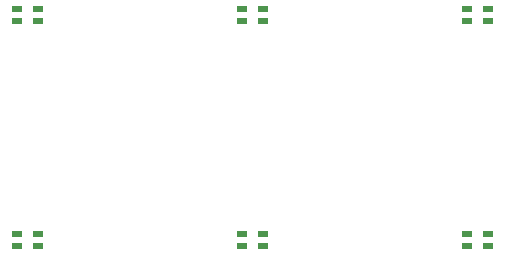
<source format=gbr>
G04 #@! TF.GenerationSoftware,KiCad,Pcbnew,(5.0.0-rc2-dev-471-ge4feb315d)*
G04 #@! TF.CreationDate,2018-04-21T02:21:12+01:00*
G04 #@! TF.ProjectId,cherry_breakout,6368657272795F627265616B6F75742E,rev?*
G04 #@! TF.SameCoordinates,Original*
G04 #@! TF.FileFunction,Paste,Top*
G04 #@! TF.FilePolarity,Positive*
%FSLAX46Y46*%
G04 Gerber Fmt 4.6, Leading zero omitted, Abs format (unit mm)*
G04 Created by KiCad (PCBNEW (5.0.0-rc2-dev-471-ge4feb315d)) date Sat Apr 21 02:21:12 2018*
%MOMM*%
%LPD*%
G01*
G04 APERTURE LIST*
%ADD10R,0.850000X0.500000*%
G04 APERTURE END LIST*
D10*
X68210000Y-91940000D03*
X68210000Y-90940000D03*
X66410000Y-90940000D03*
X66410000Y-91940000D03*
X66410000Y-110990000D03*
X66410000Y-109990000D03*
X68210000Y-109990000D03*
X68210000Y-110990000D03*
X85460000Y-91940000D03*
X85460000Y-90940000D03*
X87260000Y-90940000D03*
X87260000Y-91940000D03*
X87260000Y-110990000D03*
X87260000Y-109990000D03*
X85460000Y-109990000D03*
X85460000Y-110990000D03*
X106310000Y-91940000D03*
X106310000Y-90940000D03*
X104510000Y-90940000D03*
X104510000Y-91940000D03*
X104510000Y-110990000D03*
X104510000Y-109990000D03*
X106310000Y-109990000D03*
X106310000Y-110990000D03*
M02*

</source>
